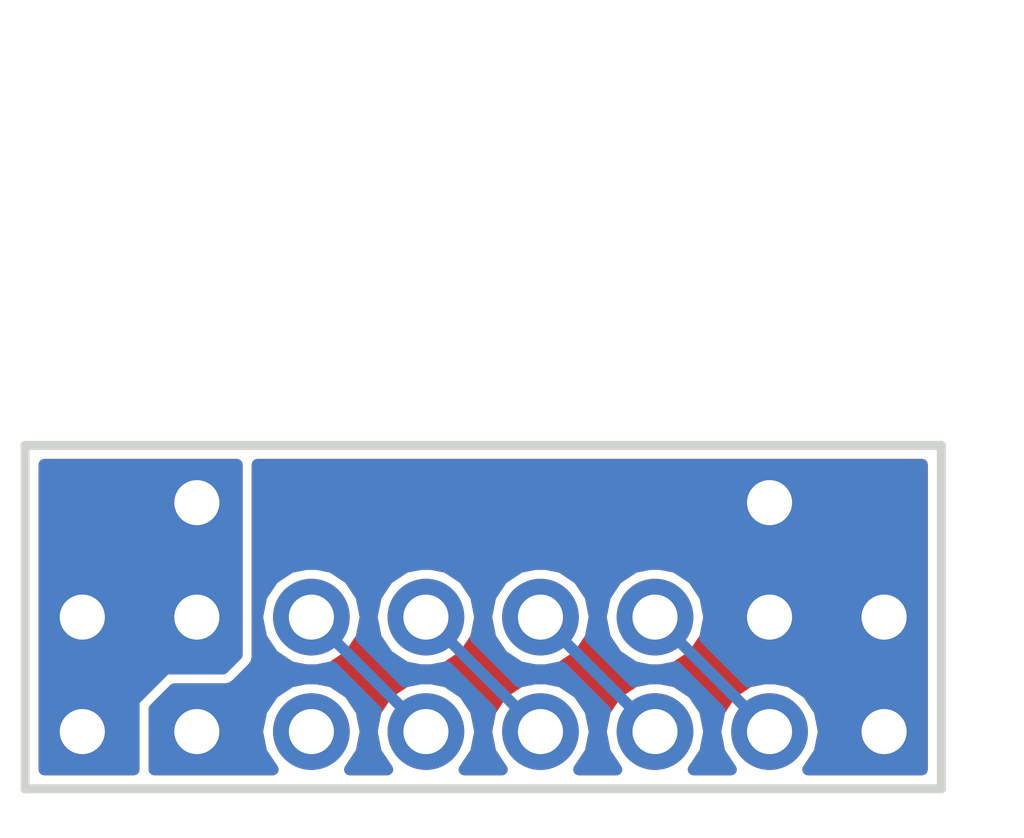
<source format=kicad_pcb>
(kicad_pcb (version 20171130) (host pcbnew 5.0.2+dfsg1-1)

  (general
    (thickness 1.6)
    (drawings 4)
    (tracks 5)
    (zones 0)
    (modules 4)
    (nets 8)
  )

  (page A4)
  (layers
    (0 F.Cu signal)
    (31 B.Cu signal)
    (32 B.Adhes user)
    (33 F.Adhes user)
    (34 B.Paste user)
    (35 F.Paste user)
    (36 B.SilkS user)
    (37 F.SilkS user)
    (38 B.Mask user)
    (39 F.Mask user)
    (40 Dwgs.User user)
    (41 Cmts.User user)
    (42 Eco1.User user)
    (43 Eco2.User user)
    (44 Edge.Cuts user)
    (45 Margin user)
    (46 B.CrtYd user)
    (47 F.CrtYd user)
    (48 B.Fab user)
    (49 F.Fab user)
  )

  (setup
    (last_trace_width 0.25)
    (trace_clearance 0.2)
    (zone_clearance 0.2)
    (zone_45_only no)
    (trace_min 0.2)
    (segment_width 0.2)
    (edge_width 0.15)
    (via_size 0.8)
    (via_drill 0.4)
    (via_min_size 0.4)
    (via_min_drill 0.3)
    (uvia_size 0.3)
    (uvia_drill 0.1)
    (uvias_allowed no)
    (uvia_min_size 0.2)
    (uvia_min_drill 0.1)
    (pcb_text_width 0.3)
    (pcb_text_size 1.5 1.5)
    (mod_edge_width 0.15)
    (mod_text_size 1 1)
    (mod_text_width 0.15)
    (pad_size 1.7 1.7)
    (pad_drill 1)
    (pad_to_mask_clearance 0.051)
    (solder_mask_min_width 0.25)
    (aux_axis_origin 0 0)
    (visible_elements FFFFFF7F)
    (pcbplotparams
      (layerselection 0x010f0_ffffffff)
      (usegerberextensions true)
      (usegerberattributes false)
      (usegerberadvancedattributes false)
      (creategerberjobfile false)
      (excludeedgelayer true)
      (linewidth 0.100000)
      (plotframeref false)
      (viasonmask false)
      (mode 1)
      (useauxorigin false)
      (hpglpennumber 1)
      (hpglpenspeed 20)
      (hpglpendiameter 15.000000)
      (psnegative false)
      (psa4output false)
      (plotreference true)
      (plotvalue true)
      (plotinvisibletext false)
      (padsonsilk false)
      (subtractmaskfromsilk false)
      (outputformat 1)
      (mirror false)
      (drillshape 0)
      (scaleselection 1)
      (outputdirectory "gerb"))
  )

  (net 0 "")
  (net 1 VCC)
  (net 2 "Net-(J1-Pad3)")
  (net 3 "Net-(J1-Pad4)")
  (net 4 "Net-(J1-Pad5)")
  (net 5 "Net-(J1-Pad6)")
  (net 6 GND)
  (net 7 "Net-(J2-Pad3)")

  (net_class Default "This is the default net class."
    (clearance 0.2)
    (trace_width 0.25)
    (via_dia 0.8)
    (via_drill 0.4)
    (uvia_dia 0.3)
    (uvia_drill 0.1)
    (add_net GND)
    (add_net "Net-(J1-Pad3)")
    (add_net "Net-(J1-Pad4)")
    (add_net "Net-(J1-Pad5)")
    (add_net "Net-(J1-Pad6)")
    (add_net "Net-(J2-Pad3)")
    (add_net VCC)
  )

  (module Connector_PinHeader_2.54mm:PinHeader_1x08_P2.54mm_Horizontal (layer F.Cu) (tedit 5F8C27C4) (tstamp 5F98B89A)
    (at 104.14 81.28 90)
    (descr "Through hole angled pin header, 1x08, 2.54mm pitch, 6mm pin length, single row")
    (tags "Through hole angled pin header THT 1x08 2.54mm single row")
    (path /5F8C267F)
    (fp_text reference "" (at 0 0 90) (layer F.SilkS)
      (effects (font (size 1.27 1.27) (thickness 0.15)))
    )
    (fp_text value Conn_01x08_Male (at 4.385 20.05 90) (layer F.Fab)
      (effects (font (size 1 1) (thickness 0.15)))
    )
    (fp_line (start 2.135 -1.27) (end 4.04 -1.27) (layer F.Fab) (width 0.1))
    (fp_line (start 4.04 -1.27) (end 4.04 19.05) (layer F.Fab) (width 0.1))
    (fp_line (start 4.04 19.05) (end 1.5 19.05) (layer F.Fab) (width 0.1))
    (fp_line (start 1.5 19.05) (end 1.5 -0.635) (layer F.Fab) (width 0.1))
    (fp_line (start 1.5 -0.635) (end 2.135 -1.27) (layer F.Fab) (width 0.1))
    (fp_line (start -0.32 -0.32) (end 1.5 -0.32) (layer F.Fab) (width 0.1))
    (fp_line (start -0.32 -0.32) (end -0.32 0.32) (layer F.Fab) (width 0.1))
    (fp_line (start -0.32 0.32) (end 1.5 0.32) (layer F.Fab) (width 0.1))
    (fp_line (start 4.04 -0.32) (end 10.04 -0.32) (layer F.Fab) (width 0.1))
    (fp_line (start 10.04 -0.32) (end 10.04 0.32) (layer F.Fab) (width 0.1))
    (fp_line (start 4.04 0.32) (end 10.04 0.32) (layer F.Fab) (width 0.1))
    (fp_line (start -0.32 2.22) (end 1.5 2.22) (layer F.Fab) (width 0.1))
    (fp_line (start -0.32 2.22) (end -0.32 2.86) (layer F.Fab) (width 0.1))
    (fp_line (start -0.32 2.86) (end 1.5 2.86) (layer F.Fab) (width 0.1))
    (fp_line (start 4.04 2.22) (end 10.04 2.22) (layer F.Fab) (width 0.1))
    (fp_line (start 10.04 2.22) (end 10.04 2.86) (layer F.Fab) (width 0.1))
    (fp_line (start 4.04 2.86) (end 10.04 2.86) (layer F.Fab) (width 0.1))
    (fp_line (start -0.32 4.76) (end 1.5 4.76) (layer F.Fab) (width 0.1))
    (fp_line (start -0.32 4.76) (end -0.32 5.4) (layer F.Fab) (width 0.1))
    (fp_line (start -0.32 5.4) (end 1.5 5.4) (layer F.Fab) (width 0.1))
    (fp_line (start 4.04 4.76) (end 10.04 4.76) (layer F.Fab) (width 0.1))
    (fp_line (start 10.04 4.76) (end 10.04 5.4) (layer F.Fab) (width 0.1))
    (fp_line (start 4.04 5.4) (end 10.04 5.4) (layer F.Fab) (width 0.1))
    (fp_line (start -0.32 7.3) (end 1.5 7.3) (layer F.Fab) (width 0.1))
    (fp_line (start -0.32 7.3) (end -0.32 7.94) (layer F.Fab) (width 0.1))
    (fp_line (start -0.32 7.94) (end 1.5 7.94) (layer F.Fab) (width 0.1))
    (fp_line (start 4.04 7.3) (end 10.04 7.3) (layer F.Fab) (width 0.1))
    (fp_line (start 10.04 7.3) (end 10.04 7.94) (layer F.Fab) (width 0.1))
    (fp_line (start 4.04 7.94) (end 10.04 7.94) (layer F.Fab) (width 0.1))
    (fp_line (start -0.32 9.84) (end 1.5 9.84) (layer F.Fab) (width 0.1))
    (fp_line (start -0.32 9.84) (end -0.32 10.48) (layer F.Fab) (width 0.1))
    (fp_line (start -0.32 10.48) (end 1.5 10.48) (layer F.Fab) (width 0.1))
    (fp_line (start 4.04 9.84) (end 10.04 9.84) (layer F.Fab) (width 0.1))
    (fp_line (start 10.04 9.84) (end 10.04 10.48) (layer F.Fab) (width 0.1))
    (fp_line (start 4.04 10.48) (end 10.04 10.48) (layer F.Fab) (width 0.1))
    (fp_line (start -0.32 12.38) (end 1.5 12.38) (layer F.Fab) (width 0.1))
    (fp_line (start -0.32 12.38) (end -0.32 13.02) (layer F.Fab) (width 0.1))
    (fp_line (start -0.32 13.02) (end 1.5 13.02) (layer F.Fab) (width 0.1))
    (fp_line (start 4.04 12.38) (end 10.04 12.38) (layer F.Fab) (width 0.1))
    (fp_line (start 10.04 12.38) (end 10.04 13.02) (layer F.Fab) (width 0.1))
    (fp_line (start 4.04 13.02) (end 10.04 13.02) (layer F.Fab) (width 0.1))
    (fp_line (start -0.32 14.92) (end 1.5 14.92) (layer F.Fab) (width 0.1))
    (fp_line (start -0.32 14.92) (end -0.32 15.56) (layer F.Fab) (width 0.1))
    (fp_line (start -0.32 15.56) (end 1.5 15.56) (layer F.Fab) (width 0.1))
    (fp_line (start 4.04 14.92) (end 10.04 14.92) (layer F.Fab) (width 0.1))
    (fp_line (start 10.04 14.92) (end 10.04 15.56) (layer F.Fab) (width 0.1))
    (fp_line (start 4.04 15.56) (end 10.04 15.56) (layer F.Fab) (width 0.1))
    (fp_line (start -0.32 17.46) (end 1.5 17.46) (layer F.Fab) (width 0.1))
    (fp_line (start -0.32 17.46) (end -0.32 18.1) (layer F.Fab) (width 0.1))
    (fp_line (start -0.32 18.1) (end 1.5 18.1) (layer F.Fab) (width 0.1))
    (fp_line (start 4.04 17.46) (end 10.04 17.46) (layer F.Fab) (width 0.1))
    (fp_line (start 10.04 17.46) (end 10.04 18.1) (layer F.Fab) (width 0.1))
    (fp_line (start 4.04 18.1) (end 10.04 18.1) (layer F.Fab) (width 0.1))
    (fp_text user %R (at 2.77 8.89 180) (layer F.Fab)
      (effects (font (size 1 1) (thickness 0.15)))
    )
    (pad 1 thru_hole rect (at 0 0 90) (size 1.7 1.7) (drill 1) (layers *.Cu *.Mask)
      (net 1 VCC))
    (pad 2 thru_hole rect (at 0 2.54 90) (size 1.7 1.7) (drill 1) (layers *.Cu *.Mask)
      (net 1 VCC))
    (pad 3 thru_hole oval (at 0 5.08 90) (size 1.7 1.7) (drill 1) (layers *.Cu *.Mask)
      (net 2 "Net-(J1-Pad3)"))
    (pad 4 thru_hole oval (at 0 7.62 90) (size 1.7 1.7) (drill 1) (layers *.Cu *.Mask)
      (net 3 "Net-(J1-Pad4)"))
    (pad 5 thru_hole oval (at 0 10.16 90) (size 1.7 1.7) (drill 1) (layers *.Cu *.Mask)
      (net 4 "Net-(J1-Pad5)"))
    (pad 6 thru_hole oval (at 0 12.7 90) (size 1.7 1.7) (drill 1) (layers *.Cu *.Mask)
      (net 5 "Net-(J1-Pad6)"))
    (pad 7 thru_hole oval (at 0 15.24 90) (size 1.7 1.7) (drill 1) (layers *.Cu *.Mask)
      (net 6 GND))
    (pad 8 thru_hole oval (at 0 17.78 90) (size 1.7 1.7) (drill 1) (layers *.Cu *.Mask)
      (net 6 GND))
    (model ${KISYS3DMOD}/Connector_PinHeader_2.54mm.3dshapes/PinHeader_1x08_P2.54mm_Horizontal.wrl
      (at (xyz 0 0 0))
      (scale (xyz 1 1 1))
      (rotate (xyz 0 0 0))
    )
  )

  (module Connector_PinHeader_2.54mm:PinHeader_1x08_P2.54mm_Horizontal (layer F.Cu) (tedit 59FED5CB) (tstamp 5F98B1E8)
    (at 104.14 83.82 90)
    (descr "Through hole angled pin header, 1x08, 2.54mm pitch, 6mm pin length, single row")
    (tags "Through hole angled pin header THT 1x08 2.54mm single row")
    (path /5F8C26E9)
    (fp_text reference "" (at 0 0 90) (layer F.SilkS)
      (effects (font (size 1.27 1.27) (thickness 0.15)))
    )
    (fp_text value Conn_01x08_Male (at 4.385 20.05 90) (layer F.Fab)
      (effects (font (size 1 1) (thickness 0.15)))
    )
    (fp_text user %R (at 2.77 8.89 180) (layer F.Fab)
      (effects (font (size 1 1) (thickness 0.15)))
    )
    (fp_line (start 10.55 -1.8) (end -1.8 -1.8) (layer F.CrtYd) (width 0.05))
    (fp_line (start 10.55 19.55) (end 10.55 -1.8) (layer F.CrtYd) (width 0.05))
    (fp_line (start -1.8 19.55) (end 10.55 19.55) (layer F.CrtYd) (width 0.05))
    (fp_line (start -1.8 -1.8) (end -1.8 19.55) (layer F.CrtYd) (width 0.05))
    (pad 8 thru_hole oval (at 0 17.78 90) (size 1.7 1.7) (drill 1) (layers *.Cu *.Mask)
      (net 6 GND))
    (pad 7 thru_hole oval (at 0 15.24 90) (size 1.7 1.7) (drill 1) (layers *.Cu *.Mask)
      (net 5 "Net-(J1-Pad6)"))
    (pad 6 thru_hole oval (at 0 12.7 90) (size 1.7 1.7) (drill 1) (layers *.Cu *.Mask)
      (net 4 "Net-(J1-Pad5)"))
    (pad 5 thru_hole oval (at 0 10.16 90) (size 1.7 1.7) (drill 1) (layers *.Cu *.Mask)
      (net 3 "Net-(J1-Pad4)"))
    (pad 4 thru_hole oval (at 0 7.62 90) (size 1.7 1.7) (drill 1) (layers *.Cu *.Mask)
      (net 2 "Net-(J1-Pad3)"))
    (pad 3 thru_hole oval (at 0 5.08 90) (size 1.7 1.7) (drill 1) (layers *.Cu *.Mask)
      (net 7 "Net-(J2-Pad3)"))
    (pad 2 thru_hole oval (at 0 2.54 90) (size 1.7 1.7) (drill 1) (layers *.Cu *.Mask)
      (net 6 GND))
    (pad 1 thru_hole rect (at 0 0 90) (size 1.7 1.7) (drill 1) (layers *.Cu *.Mask)
      (net 1 VCC))
    (model ${KISYS3DMOD}/Connector_PinHeader_2.54mm.3dshapes/PinHeader_1x08_P2.54mm_Horizontal.wrl
      (at (xyz 0 0 0))
      (scale (xyz 1 1 1))
      (rotate (xyz 0 0 0))
    )
  )

  (module Connector_PinHeader_2.54mm:PinHeader_1x01_P2.54mm_Horizontal (layer F.Cu) (tedit 59FED5CB) (tstamp 5F98B20E)
    (at 106.68 78.74 90)
    (descr "Through hole angled pin header, 1x01, 2.54mm pitch, 6mm pin length, single row")
    (tags "Through hole angled pin header THT 1x01 2.54mm single row")
    (path /5F8C63D9)
    (fp_text reference "" (at 0 0 90) (layer F.SilkS)
      (effects (font (size 1.27 1.27) (thickness 0.15)))
    )
    (fp_text value Conn_01x01_Male (at 4.385 2.27 90) (layer F.Fab)
      (effects (font (size 1 1) (thickness 0.15)))
    )
    (fp_line (start 2.135 -1.27) (end 4.04 -1.27) (layer F.Fab) (width 0.1))
    (fp_line (start 4.04 -1.27) (end 4.04 1.27) (layer F.Fab) (width 0.1))
    (fp_line (start 4.04 1.27) (end 1.5 1.27) (layer F.Fab) (width 0.1))
    (fp_line (start 1.5 1.27) (end 1.5 -0.635) (layer F.Fab) (width 0.1))
    (fp_line (start 1.5 -0.635) (end 2.135 -1.27) (layer F.Fab) (width 0.1))
    (fp_line (start -0.32 -0.32) (end 1.5 -0.32) (layer F.Fab) (width 0.1))
    (fp_line (start -0.32 -0.32) (end -0.32 0.32) (layer F.Fab) (width 0.1))
    (fp_line (start -0.32 0.32) (end 1.5 0.32) (layer F.Fab) (width 0.1))
    (fp_line (start 4.04 -0.32) (end 10.04 -0.32) (layer F.Fab) (width 0.1))
    (fp_line (start 10.04 -0.32) (end 10.04 0.32) (layer F.Fab) (width 0.1))
    (fp_line (start 4.04 0.32) (end 10.04 0.32) (layer F.Fab) (width 0.1))
    (fp_text user %R (at 2.77 0 180) (layer F.Fab)
      (effects (font (size 1 1) (thickness 0.15)))
    )
    (pad 1 thru_hole rect (at 0 0 90) (size 1.7 1.7) (drill 1) (layers *.Cu *.Mask)
      (net 1 VCC))
    (model ${KISYS3DMOD}/Connector_PinHeader_2.54mm.3dshapes/PinHeader_1x01_P2.54mm_Horizontal.wrl
      (at (xyz 0 0 0))
      (scale (xyz 1 1 1))
      (rotate (xyz 0 0 0))
    )
  )

  (module Connector_PinHeader_2.54mm:PinHeader_1x01_P2.54mm_Horizontal (layer F.Cu) (tedit 5F8C2A30) (tstamp 5F98B234)
    (at 119.38 78.74 90)
    (descr "Through hole angled pin header, 1x01, 2.54mm pitch, 6mm pin length, single row")
    (tags "Through hole angled pin header THT 1x01 2.54mm single row")
    (path /5F8C6444)
    (fp_text reference "" (at 0 0 90) (layer F.SilkS)
      (effects (font (size 1.27 1.27) (thickness 0.15)))
    )
    (fp_text value Conn_01x01_Male (at 4.385 2.27 90) (layer F.Fab)
      (effects (font (size 1 1) (thickness 0.15)))
    )
    (fp_text user %R (at 2.77 0 180) (layer F.Fab)
      (effects (font (size 1 1) (thickness 0.15)))
    )
    (pad 1 thru_hole circle (at 0 0 90) (size 1.7 1.7) (drill 1) (layers *.Cu *.Mask)
      (net 6 GND))
    (model ${KISYS3DMOD}/Connector_PinHeader_2.54mm.3dshapes/PinHeader_1x01_P2.54mm_Horizontal.wrl
      (at (xyz 0 0 0))
      (scale (xyz 1 1 1))
      (rotate (xyz 0 0 0))
    )
  )

  (gr_line (start 123.19 85.09) (end 102.87 85.09) (layer Edge.Cuts) (width 0.2))
  (gr_line (start 123.19 77.47) (end 123.19 85.09) (layer Edge.Cuts) (width 0.2))
  (gr_line (start 102.87 77.47) (end 123.19 77.47) (layer Edge.Cuts) (width 0.2))
  (gr_line (start 102.87 85.09) (end 102.87 77.47) (layer Edge.Cuts) (width 0.2))

  (segment (start 109.22 81.28) (end 111.76 83.82) (width 0.25) (layer B.Cu) (net 2))
  (segment (start 112.609999 82.129999) (end 114.3 83.82) (width 0.25) (layer B.Cu) (net 3))
  (segment (start 111.76 81.28) (end 112.609999 82.129999) (width 0.25) (layer B.Cu) (net 3))
  (segment (start 114.3 81.28) (end 116.84 83.82) (width 0.25) (layer B.Cu) (net 4))
  (segment (start 116.84 81.28) (end 119.38 83.82) (width 0.25) (layer B.Cu) (net 5))

  (zone (net 1) (net_name VCC) (layer F.Cu) (tstamp 5F8C314D) (hatch edge 0.508)
    (priority 1)
    (connect_pads yes (clearance 0.2))
    (min_thickness 0.254)
    (fill yes (arc_segments 16) (thermal_gap 0.508) (thermal_bridge_width 0.508))
    (polygon
      (pts
        (xy 102.87 85.09) (xy 102.87 77.47) (xy 107.696 77.47) (xy 107.696 82.169) (xy 107.315 82.55)
        (xy 106.045 82.55) (xy 105.41 83.185) (xy 105.41 85.09)
      )
    )
    (filled_polygon
      (pts
        (xy 107.569 82.116394) (xy 107.262394 82.423) (xy 106.045 82.423) (xy 105.996399 82.432667) (xy 105.955197 82.460197)
        (xy 105.320197 83.095197) (xy 105.292667 83.136399) (xy 105.283 83.185) (xy 105.283 84.663) (xy 103.297 84.663)
        (xy 103.297 77.897) (xy 107.569 77.897)
      )
    )
  )
  (zone (net 6) (net_name GND) (layer B.Cu) (tstamp 5F8C314A) (hatch edge 0.508)
    (connect_pads yes (clearance 0.2))
    (min_thickness 0.254)
    (fill yes (arc_segments 16) (thermal_gap 0.508) (thermal_bridge_width 0.508))
    (polygon
      (pts
        (xy 123.19 85.09) (xy 123.19 77.47) (xy 105.41 77.47) (xy 105.41 80.01) (xy 104.775 80.645)
        (xy 104.775 81.915) (xy 104.14 82.55) (xy 104.14 85.09)
      )
    )
    (filled_polygon
      (pts
        (xy 122.763001 84.663) (xy 120.23229 84.663) (xy 120.488709 84.279242) (xy 120.580058 83.82) (xy 120.488709 83.360758)
        (xy 120.228569 82.971431) (xy 119.839242 82.711291) (xy 119.49592 82.643) (xy 119.26408 82.643) (xy 118.920758 82.711291)
        (xy 118.914618 82.715394) (xy 117.944606 81.745382) (xy 117.948709 81.739242) (xy 118.040058 81.28) (xy 117.948709 80.820758)
        (xy 117.688569 80.431431) (xy 117.299242 80.171291) (xy 116.95592 80.103) (xy 116.72408 80.103) (xy 116.380758 80.171291)
        (xy 115.991431 80.431431) (xy 115.731291 80.820758) (xy 115.639942 81.28) (xy 115.731291 81.739242) (xy 115.991431 82.128569)
        (xy 116.380758 82.388709) (xy 116.72408 82.457) (xy 116.95592 82.457) (xy 117.299242 82.388709) (xy 117.305382 82.384606)
        (xy 118.275394 83.354618) (xy 118.271291 83.360758) (xy 118.179942 83.82) (xy 118.271291 84.279242) (xy 118.52771 84.663)
        (xy 117.69229 84.663) (xy 117.948709 84.279242) (xy 118.040058 83.82) (xy 117.948709 83.360758) (xy 117.688569 82.971431)
        (xy 117.299242 82.711291) (xy 116.95592 82.643) (xy 116.72408 82.643) (xy 116.380758 82.711291) (xy 116.374618 82.715394)
        (xy 115.404606 81.745382) (xy 115.408709 81.739242) (xy 115.500058 81.28) (xy 115.408709 80.820758) (xy 115.148569 80.431431)
        (xy 114.759242 80.171291) (xy 114.41592 80.103) (xy 114.18408 80.103) (xy 113.840758 80.171291) (xy 113.451431 80.431431)
        (xy 113.191291 80.820758) (xy 113.099942 81.28) (xy 113.191291 81.739242) (xy 113.451431 82.128569) (xy 113.840758 82.388709)
        (xy 114.18408 82.457) (xy 114.41592 82.457) (xy 114.759242 82.388709) (xy 114.765382 82.384606) (xy 115.735394 83.354618)
        (xy 115.731291 83.360758) (xy 115.639942 83.82) (xy 115.731291 84.279242) (xy 115.98771 84.663) (xy 115.15229 84.663)
        (xy 115.408709 84.279242) (xy 115.500058 83.82) (xy 115.408709 83.360758) (xy 115.148569 82.971431) (xy 114.759242 82.711291)
        (xy 114.41592 82.643) (xy 114.18408 82.643) (xy 113.840758 82.711291) (xy 113.834618 82.715394) (xy 112.961092 81.841868)
        (xy 112.96109 81.841865) (xy 112.864607 81.745382) (xy 112.868709 81.739242) (xy 112.960058 81.28) (xy 112.868709 80.820758)
        (xy 112.608569 80.431431) (xy 112.219242 80.171291) (xy 111.87592 80.103) (xy 111.64408 80.103) (xy 111.300758 80.171291)
        (xy 110.911431 80.431431) (xy 110.651291 80.820758) (xy 110.559942 81.28) (xy 110.651291 81.739242) (xy 110.911431 82.128569)
        (xy 111.300758 82.388709) (xy 111.64408 82.457) (xy 111.87592 82.457) (xy 112.219242 82.388709) (xy 112.225382 82.384607)
        (xy 112.321865 82.48109) (xy 112.321868 82.481092) (xy 113.195394 83.354618) (xy 113.191291 83.360758) (xy 113.099942 83.82)
        (xy 113.191291 84.279242) (xy 113.44771 84.663) (xy 112.61229 84.663) (xy 112.868709 84.279242) (xy 112.960058 83.82)
        (xy 112.868709 83.360758) (xy 112.608569 82.971431) (xy 112.219242 82.711291) (xy 111.87592 82.643) (xy 111.64408 82.643)
        (xy 111.300758 82.711291) (xy 111.294618 82.715394) (xy 110.324606 81.745382) (xy 110.328709 81.739242) (xy 110.420058 81.28)
        (xy 110.328709 80.820758) (xy 110.068569 80.431431) (xy 109.679242 80.171291) (xy 109.33592 80.103) (xy 109.10408 80.103)
        (xy 108.760758 80.171291) (xy 108.371431 80.431431) (xy 108.111291 80.820758) (xy 108.023 81.264626) (xy 108.023 77.897)
        (xy 122.763 77.897)
      )
    )
    (filled_polygon
      (pts
        (xy 108.111291 81.739242) (xy 108.371431 82.128569) (xy 108.760758 82.388709) (xy 109.10408 82.457) (xy 109.33592 82.457)
        (xy 109.679242 82.388709) (xy 109.685382 82.384606) (xy 110.655394 83.354618) (xy 110.651291 83.360758) (xy 110.559942 83.82)
        (xy 110.651291 84.279242) (xy 110.90771 84.663) (xy 110.07229 84.663) (xy 110.328709 84.279242) (xy 110.420058 83.82)
        (xy 110.328709 83.360758) (xy 110.068569 82.971431) (xy 109.679242 82.711291) (xy 109.33592 82.643) (xy 109.10408 82.643)
        (xy 108.760758 82.711291) (xy 108.371431 82.971431) (xy 108.111291 83.360758) (xy 108.019942 83.82) (xy 108.111291 84.279242)
        (xy 108.36771 84.663) (xy 105.737 84.663) (xy 105.737 83.320448) (xy 106.180448 82.877) (xy 107.315 82.877)
        (xy 107.440137 82.852109) (xy 107.546224 82.781224) (xy 107.927224 82.400224) (xy 107.998109 82.294137) (xy 108.023 82.169)
        (xy 108.023 81.295374)
      )
    )
  )
  (zone (net 6) (net_name GND) (layer F.Cu) (tstamp 5F8C3147) (hatch edge 0.508)
    (connect_pads yes (clearance 0.2))
    (min_thickness 0.254)
    (fill yes (arc_segments 16) (thermal_gap 0.508) (thermal_bridge_width 0.508))
    (polygon
      (pts
        (xy 123.19 77.47) (xy 123.19 85.09) (xy 104.14 85.09) (xy 104.14 82.55) (xy 104.775 81.915)
        (xy 104.775 80.645) (xy 105.41 80.01) (xy 105.41 77.47)
      )
    )
    (filled_polygon
      (pts
        (xy 122.763001 84.663) (xy 120.23229 84.663) (xy 120.488709 84.279242) (xy 120.580058 83.82) (xy 120.488709 83.360758)
        (xy 120.228569 82.971431) (xy 119.839242 82.711291) (xy 119.49592 82.643) (xy 119.26408 82.643) (xy 118.920758 82.711291)
        (xy 118.531431 82.971431) (xy 118.271291 83.360758) (xy 118.179942 83.82) (xy 118.271291 84.279242) (xy 118.52771 84.663)
        (xy 117.69229 84.663) (xy 117.948709 84.279242) (xy 118.040058 83.82) (xy 117.948709 83.360758) (xy 117.688569 82.971431)
        (xy 117.299242 82.711291) (xy 116.95592 82.643) (xy 116.72408 82.643) (xy 116.380758 82.711291) (xy 115.991431 82.971431)
        (xy 115.731291 83.360758) (xy 115.639942 83.82) (xy 115.731291 84.279242) (xy 115.98771 84.663) (xy 115.15229 84.663)
        (xy 115.408709 84.279242) (xy 115.500058 83.82) (xy 115.408709 83.360758) (xy 115.148569 82.971431) (xy 114.759242 82.711291)
        (xy 114.41592 82.643) (xy 114.18408 82.643) (xy 113.840758 82.711291) (xy 113.451431 82.971431) (xy 113.191291 83.360758)
        (xy 113.099942 83.82) (xy 113.191291 84.279242) (xy 113.44771 84.663) (xy 112.61229 84.663) (xy 112.868709 84.279242)
        (xy 112.960058 83.82) (xy 112.868709 83.360758) (xy 112.608569 82.971431) (xy 112.219242 82.711291) (xy 111.87592 82.643)
        (xy 111.64408 82.643) (xy 111.300758 82.711291) (xy 110.911431 82.971431) (xy 110.651291 83.360758) (xy 110.559942 83.82)
        (xy 110.651291 84.279242) (xy 110.90771 84.663) (xy 110.07229 84.663) (xy 110.328709 84.279242) (xy 110.420058 83.82)
        (xy 110.328709 83.360758) (xy 110.068569 82.971431) (xy 109.679242 82.711291) (xy 109.33592 82.643) (xy 109.10408 82.643)
        (xy 108.760758 82.711291) (xy 108.371431 82.971431) (xy 108.111291 83.360758) (xy 108.019942 83.82) (xy 108.111291 84.279242)
        (xy 108.36771 84.663) (xy 105.737 84.663) (xy 105.737 83.320448) (xy 106.180448 82.877) (xy 107.315 82.877)
        (xy 107.440137 82.852109) (xy 107.546224 82.781224) (xy 107.927224 82.400224) (xy 107.998109 82.294137) (xy 108.023 82.169)
        (xy 108.023 81.295374) (xy 108.111291 81.739242) (xy 108.371431 82.128569) (xy 108.760758 82.388709) (xy 109.10408 82.457)
        (xy 109.33592 82.457) (xy 109.679242 82.388709) (xy 110.068569 82.128569) (xy 110.328709 81.739242) (xy 110.420058 81.28)
        (xy 110.559942 81.28) (xy 110.651291 81.739242) (xy 110.911431 82.128569) (xy 111.300758 82.388709) (xy 111.64408 82.457)
        (xy 111.87592 82.457) (xy 112.219242 82.388709) (xy 112.608569 82.128569) (xy 112.868709 81.739242) (xy 112.960058 81.28)
        (xy 113.099942 81.28) (xy 113.191291 81.739242) (xy 113.451431 82.128569) (xy 113.840758 82.388709) (xy 114.18408 82.457)
        (xy 114.41592 82.457) (xy 114.759242 82.388709) (xy 115.148569 82.128569) (xy 115.408709 81.739242) (xy 115.500058 81.28)
        (xy 115.639942 81.28) (xy 115.731291 81.739242) (xy 115.991431 82.128569) (xy 116.380758 82.388709) (xy 116.72408 82.457)
        (xy 116.95592 82.457) (xy 117.299242 82.388709) (xy 117.688569 82.128569) (xy 117.948709 81.739242) (xy 118.040058 81.28)
        (xy 117.948709 80.820758) (xy 117.688569 80.431431) (xy 117.299242 80.171291) (xy 116.95592 80.103) (xy 116.72408 80.103)
        (xy 116.380758 80.171291) (xy 115.991431 80.431431) (xy 115.731291 80.820758) (xy 115.639942 81.28) (xy 115.500058 81.28)
        (xy 115.408709 80.820758) (xy 115.148569 80.431431) (xy 114.759242 80.171291) (xy 114.41592 80.103) (xy 114.18408 80.103)
        (xy 113.840758 80.171291) (xy 113.451431 80.431431) (xy 113.191291 80.820758) (xy 113.099942 81.28) (xy 112.960058 81.28)
        (xy 112.868709 80.820758) (xy 112.608569 80.431431) (xy 112.219242 80.171291) (xy 111.87592 80.103) (xy 111.64408 80.103)
        (xy 111.300758 80.171291) (xy 110.911431 80.431431) (xy 110.651291 80.820758) (xy 110.559942 81.28) (xy 110.420058 81.28)
        (xy 110.328709 80.820758) (xy 110.068569 80.431431) (xy 109.679242 80.171291) (xy 109.33592 80.103) (xy 109.10408 80.103)
        (xy 108.760758 80.171291) (xy 108.371431 80.431431) (xy 108.111291 80.820758) (xy 108.023 81.264626) (xy 108.023 77.897)
        (xy 122.763 77.897)
      )
    )
  )
  (zone (net 1) (net_name VCC) (layer B.Cu) (tstamp 5F8C3144) (hatch edge 0.508)
    (priority 1)
    (connect_pads yes (clearance 0.2))
    (min_thickness 0.254)
    (fill yes (arc_segments 16) (thermal_gap 0.508) (thermal_bridge_width 0.508))
    (polygon
      (pts
        (xy 102.87 85.09) (xy 102.87 77.47) (xy 107.696 77.47) (xy 107.696 82.169) (xy 107.315 82.55)
        (xy 106.045 82.55) (xy 105.41 83.185) (xy 105.41 85.09)
      )
    )
    (filled_polygon
      (pts
        (xy 107.569 82.116394) (xy 107.262394 82.423) (xy 106.045 82.423) (xy 105.996399 82.432667) (xy 105.955197 82.460197)
        (xy 105.320197 83.095197) (xy 105.292667 83.136399) (xy 105.283 83.185) (xy 105.283 84.663) (xy 103.297 84.663)
        (xy 103.297 77.897) (xy 107.569 77.897)
      )
    )
  )
)

</source>
